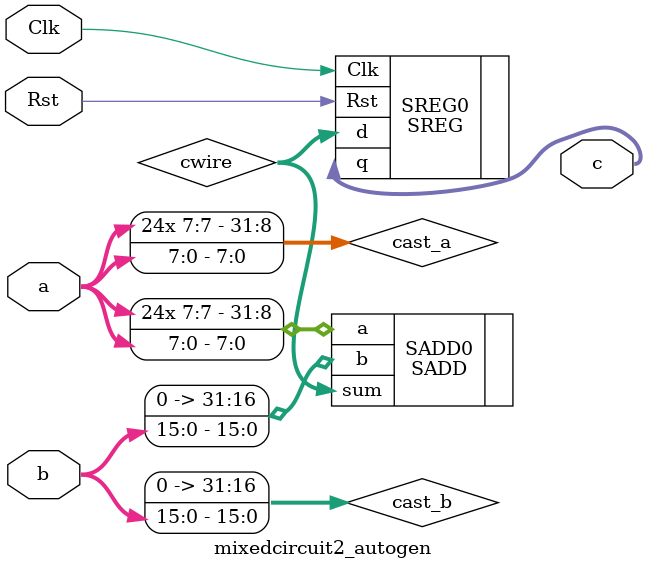
<source format=v>
`timescale 1ns/1ns

module mixedcircuit2_autogen(a, b, c, Clk, Rst);

    input signed [7:0] a;
    input [15:0] b;
    input Clk;
    input Rst;

    output signed [31:0] c;

    wire signed [31:0] cwire;
    wire signed [31:0] cast_a;
    wire signed [31:0] cast_b;

    assign cast_a = {{24{a[7]}}, a};
    assign cast_b = $signed({{16{1'b0}}, b});

    SADD #(.DATAWIDTH(32)) SADD0(.a(cast_a), .b(cast_b), .sum(cwire));
    SREG #(.DATAWIDTH(32)) SREG0(.Clk(Clk), .Rst(Rst), .d(cwire), .q(c));

endmodule

</source>
